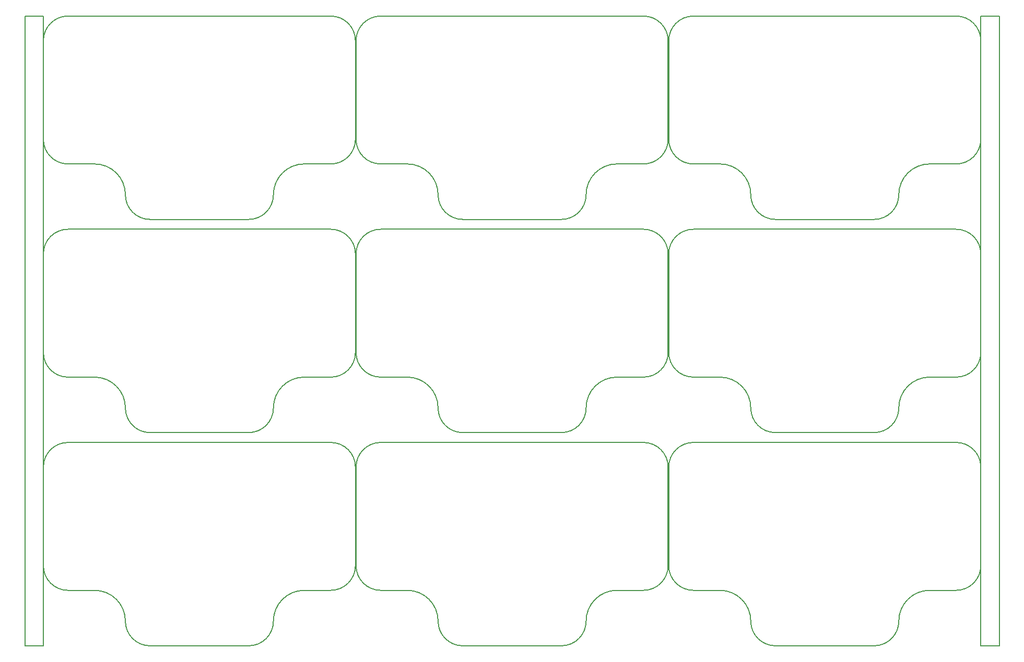
<source format=gbr>
G04 #@! TF.GenerationSoftware,KiCad,Pcbnew,(5.1.10)-1*
G04 #@! TF.CreationDate,2022-05-11T11:06:37+08:00*
G04 #@! TF.ProjectId,RUS-04_1x9,5255532d-3034-45f3-9178-392e6b696361,rev?*
G04 #@! TF.SameCoordinates,Original*
G04 #@! TF.FileFunction,Profile,NP*
%FSLAX45Y45*%
G04 Gerber Fmt 4.5, Leading zero omitted, Abs format (unit mm)*
G04 Created by KiCad (PCBNEW (5.1.10)-1) date 2022-05-11 11:06:37*
%MOMM*%
%LPD*%
G01*
G04 APERTURE LIST*
G04 #@! TA.AperFunction,Profile*
%ADD10C,0.150000*%
G04 #@! TD*
G04 APERTURE END LIST*
D10*
X5370000Y-12980000D02*
X5370000Y-2760000D01*
X5070000Y-12980000D02*
X5370000Y-12980000D01*
X5070000Y-2760000D02*
X5070000Y-12980000D01*
X5770000Y-8620000D02*
X6200000Y-8620000D01*
X5770000Y-6220000D02*
X10030000Y-6220000D01*
X6200000Y-8620000D02*
G75*
G02*
X6700000Y-9120000I0J-500000D01*
G01*
X9600000Y-8620000D02*
X10030000Y-8620000D01*
X8700000Y-9520000D02*
X7100000Y-9520000D01*
X9100000Y-9120000D02*
G75*
G02*
X9600000Y-8620000I500000J0D01*
G01*
X5370000Y-6620000D02*
G75*
G02*
X5770000Y-6220000I400000J0D01*
G01*
X5770000Y-8620000D02*
G75*
G02*
X5370000Y-8220000I0J400000D01*
G01*
X9100000Y-9120000D02*
G75*
G02*
X8700000Y-9520000I-400000J0D01*
G01*
X7100000Y-9520000D02*
G75*
G02*
X6700000Y-9120000I0J400000D01*
G01*
X5370000Y-6620000D02*
X5370000Y-8220000D01*
X5370000Y-6610000D02*
X5370000Y-8210000D01*
X5370000Y-6610000D02*
X5370000Y-8210000D01*
X5370000Y-3160000D02*
X5370000Y-4760000D01*
X7100000Y-6060000D02*
G75*
G02*
X6700000Y-5660000I0J400000D01*
G01*
X9100000Y-5660000D02*
G75*
G02*
X8700000Y-6060000I-400000J0D01*
G01*
X5770000Y-5160000D02*
G75*
G02*
X5370000Y-4760000I0J400000D01*
G01*
X5370000Y-3160000D02*
G75*
G02*
X5770000Y-2760000I400000J0D01*
G01*
X9100000Y-5660000D02*
G75*
G02*
X9600000Y-5160000I500000J0D01*
G01*
X5370000Y-2760000D02*
X5070000Y-2760000D01*
X8700000Y-6060000D02*
X7100000Y-6060000D01*
X9600000Y-5160000D02*
X10030000Y-5160000D01*
X6200000Y-5160000D02*
G75*
G02*
X6700000Y-5660000I0J-500000D01*
G01*
X5770000Y-2760000D02*
X10030000Y-2760000D01*
X5770000Y-5160000D02*
X6200000Y-5160000D01*
X10430000Y-3160000D02*
X10430000Y-4760000D01*
X10430000Y-6620000D02*
X10430000Y-8220000D01*
X10030000Y-6220000D02*
G75*
G02*
X10430000Y-6620000I0J-400000D01*
G01*
X10430000Y-8220000D02*
G75*
G02*
X10030000Y-8620000I-400000J0D01*
G01*
X10430000Y-4760000D02*
G75*
G02*
X10030000Y-5160000I-400000J0D01*
G01*
X10030000Y-2760000D02*
G75*
G02*
X10430000Y-3160000I0J-400000D01*
G01*
X5770000Y-12080000D02*
X6200000Y-12080000D01*
X10440000Y-3160000D02*
X10440000Y-4760000D01*
X12170000Y-6060000D02*
G75*
G02*
X11770000Y-5660000I0J400000D01*
G01*
X14170000Y-5660000D02*
G75*
G02*
X13770000Y-6060000I-400000J0D01*
G01*
X10840000Y-5160000D02*
G75*
G02*
X10440000Y-4760000I0J400000D01*
G01*
X10440000Y-3160000D02*
G75*
G02*
X10840000Y-2760000I400000J0D01*
G01*
X14170000Y-5660000D02*
G75*
G02*
X14670000Y-5160000I500000J0D01*
G01*
X13770000Y-6060000D02*
X12170000Y-6060000D01*
X14670000Y-5160000D02*
X15100000Y-5160000D01*
X11270000Y-5160000D02*
G75*
G02*
X11770000Y-5660000I0J-500000D01*
G01*
X10840000Y-8620000D02*
X11270000Y-8620000D01*
X10840000Y-2760000D02*
X15100000Y-2760000D01*
X10840000Y-5160000D02*
X11270000Y-5160000D01*
X15100000Y-6220000D02*
G75*
G02*
X15500000Y-6620000I0J-400000D01*
G01*
X15100000Y-6220000D02*
G75*
G02*
X15500000Y-6620000I0J-400000D01*
G01*
X15500000Y-8220000D02*
G75*
G02*
X15100000Y-8620000I-400000J0D01*
G01*
X15500000Y-4760000D02*
G75*
G02*
X15100000Y-5160000I-400000J0D01*
G01*
X15100000Y-2760000D02*
G75*
G02*
X15500000Y-3160000I0J-400000D01*
G01*
X10840000Y-6220000D02*
X15100000Y-6220000D01*
X11270000Y-8620000D02*
G75*
G02*
X11770000Y-9120000I0J-500000D01*
G01*
X14670000Y-8620000D02*
X15100000Y-8620000D01*
X13770000Y-9520000D02*
X12170000Y-9520000D01*
X14170000Y-9120000D02*
G75*
G02*
X14670000Y-8620000I500000J0D01*
G01*
X10440000Y-6620000D02*
G75*
G02*
X10840000Y-6220000I400000J0D01*
G01*
X10840000Y-8620000D02*
G75*
G02*
X10440000Y-8220000I0J400000D01*
G01*
X14170000Y-9120000D02*
G75*
G02*
X13770000Y-9520000I-400000J0D01*
G01*
X12170000Y-9520000D02*
G75*
G02*
X11770000Y-9120000I0J400000D01*
G01*
X10440000Y-6620000D02*
X10440000Y-8220000D01*
X5770000Y-9680000D02*
X10030000Y-9680000D01*
X6200000Y-12080000D02*
G75*
G02*
X6700000Y-12580000I0J-500000D01*
G01*
X9600000Y-12080000D02*
X10030000Y-12080000D01*
X8700000Y-12980000D02*
X7100000Y-12980000D01*
X9100000Y-12580000D02*
G75*
G02*
X9600000Y-12080000I500000J0D01*
G01*
X5370000Y-10080000D02*
G75*
G02*
X5770000Y-9680000I400000J0D01*
G01*
X5770000Y-12080000D02*
G75*
G02*
X5370000Y-11680000I0J400000D01*
G01*
X9100000Y-12580000D02*
G75*
G02*
X8700000Y-12980000I-400000J0D01*
G01*
X7100000Y-12980000D02*
G75*
G02*
X6700000Y-12580000I0J400000D01*
G01*
X5370000Y-10080000D02*
X5370000Y-11680000D01*
X5370000Y-10070000D02*
X5370000Y-11670000D01*
X5370000Y-10070000D02*
X5370000Y-11670000D01*
X10430000Y-10080000D02*
X10430000Y-11680000D01*
X10030000Y-9680000D02*
G75*
G02*
X10430000Y-10080000I0J-400000D01*
G01*
X10030000Y-9680000D02*
G75*
G02*
X10430000Y-10080000I0J-400000D01*
G01*
X10430000Y-11680000D02*
G75*
G02*
X10030000Y-12080000I-400000J0D01*
G01*
X10840000Y-12080000D02*
X11270000Y-12080000D01*
X15100000Y-9680000D02*
G75*
G02*
X15500000Y-10080000I0J-400000D01*
G01*
X15100000Y-9680000D02*
G75*
G02*
X15500000Y-10080000I0J-400000D01*
G01*
X15500000Y-11680000D02*
G75*
G02*
X15100000Y-12080000I-400000J0D01*
G01*
X10840000Y-9680000D02*
X15100000Y-9680000D01*
X11270000Y-12080000D02*
G75*
G02*
X11770000Y-12580000I0J-500000D01*
G01*
X14670000Y-12080000D02*
X15100000Y-12080000D01*
X13770000Y-12980000D02*
X12170000Y-12980000D01*
X14170000Y-12580000D02*
G75*
G02*
X14670000Y-12080000I500000J0D01*
G01*
X10440000Y-10080000D02*
G75*
G02*
X10840000Y-9680000I400000J0D01*
G01*
X10840000Y-12080000D02*
G75*
G02*
X10440000Y-11680000I0J400000D01*
G01*
X14170000Y-12580000D02*
G75*
G02*
X13770000Y-12980000I-400000J0D01*
G01*
X12170000Y-12980000D02*
G75*
G02*
X11770000Y-12580000I0J400000D01*
G01*
X10440000Y-10080000D02*
X10440000Y-11680000D01*
X15500000Y-6620000D02*
X15500000Y-8220000D01*
X15510000Y-6620000D02*
X15510000Y-8220000D01*
X17240000Y-9520000D02*
G75*
G02*
X16840000Y-9120000I0J400000D01*
G01*
X19240000Y-9120000D02*
G75*
G02*
X18840000Y-9520000I-400000J0D01*
G01*
X15910000Y-8620000D02*
G75*
G02*
X15510000Y-8220000I0J400000D01*
G01*
X15510000Y-6620000D02*
G75*
G02*
X15910000Y-6220000I400000J0D01*
G01*
X19240000Y-9120000D02*
G75*
G02*
X19740000Y-8620000I500000J0D01*
G01*
X19740000Y-8620000D02*
X20170000Y-8620000D01*
X16340000Y-8620000D02*
G75*
G02*
X16840000Y-9120000I0J-500000D01*
G01*
X15910000Y-6220000D02*
X20170000Y-6220000D01*
X15910000Y-8620000D02*
X16340000Y-8620000D01*
X20570000Y-6620000D02*
X20570000Y-8220000D01*
X20570000Y-8220000D02*
G75*
G02*
X20170000Y-8620000I-400000J0D01*
G01*
X20170000Y-6220000D02*
G75*
G02*
X20570000Y-6620000I0J-400000D01*
G01*
X20170000Y-6220000D02*
G75*
G02*
X20570000Y-6620000I0J-400000D01*
G01*
X20870000Y-12980000D02*
X20870000Y-2760000D01*
X20570000Y-2760000D02*
X20570000Y-12980000D01*
X17240000Y-6060000D02*
G75*
G02*
X16840000Y-5660000I0J400000D01*
G01*
X19240000Y-5660000D02*
G75*
G02*
X18840000Y-6060000I-400000J0D01*
G01*
X15910000Y-5160000D02*
G75*
G02*
X15510000Y-4760000I0J400000D01*
G01*
X15510000Y-3160000D02*
G75*
G02*
X15910000Y-2760000I400000J0D01*
G01*
X19240000Y-5660000D02*
G75*
G02*
X19740000Y-5160000I500000J0D01*
G01*
X18840000Y-6060000D02*
X17240000Y-6060000D01*
X19740000Y-5160000D02*
X20170000Y-5160000D01*
X16340000Y-5160000D02*
G75*
G02*
X16840000Y-5660000I0J-500000D01*
G01*
X15910000Y-12080000D02*
X16340000Y-12080000D01*
X15910000Y-9680000D02*
X20170000Y-9680000D01*
X16340000Y-12080000D02*
G75*
G02*
X16840000Y-12580000I0J-500000D01*
G01*
X19740000Y-12080000D02*
X20170000Y-12080000D01*
X18840000Y-12980000D02*
X17240000Y-12980000D01*
X19240000Y-12580000D02*
G75*
G02*
X19740000Y-12080000I500000J0D01*
G01*
X15510000Y-10080000D02*
G75*
G02*
X15910000Y-9680000I400000J0D01*
G01*
X15910000Y-12080000D02*
G75*
G02*
X15510000Y-11680000I0J400000D01*
G01*
X19240000Y-12580000D02*
G75*
G02*
X18840000Y-12980000I-400000J0D01*
G01*
X17240000Y-12980000D02*
G75*
G02*
X16840000Y-12580000I0J400000D01*
G01*
X20570000Y-10080000D02*
X20570000Y-11680000D01*
X20170000Y-9680000D02*
G75*
G02*
X20570000Y-10080000I0J-400000D01*
G01*
X20170000Y-9680000D02*
G75*
G02*
X20570000Y-10080000I0J-400000D01*
G01*
X20570000Y-11680000D02*
G75*
G02*
X20170000Y-12080000I-400000J0D01*
G01*
X15910000Y-2760000D02*
X20170000Y-2760000D01*
X15910000Y-5160000D02*
X16340000Y-5160000D01*
X20570000Y-3160000D02*
X20570000Y-4760000D01*
X20570000Y-4760000D02*
G75*
G02*
X20170000Y-5160000I-400000J0D01*
G01*
X20170000Y-2760000D02*
G75*
G02*
X20570000Y-3160000I0J-400000D01*
G01*
X20170000Y-2760000D02*
G75*
G02*
X20570000Y-3160000I0J-400000D01*
G01*
X18840000Y-9520000D02*
X17240000Y-9520000D01*
X20570000Y-12980000D02*
X20870000Y-12980000D01*
X20870000Y-2760000D02*
X20570000Y-2760000D01*
X15510000Y-10080000D02*
X15510000Y-11680000D01*
X15500000Y-10080000D02*
X15500000Y-11680000D01*
X15510000Y-3160000D02*
X15510000Y-4760000D01*
X15500000Y-3160000D02*
X15500000Y-4760000D01*
M02*

</source>
